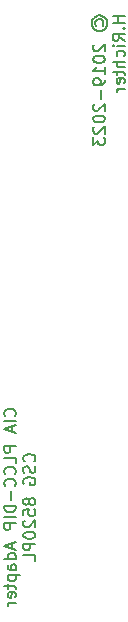
<source format=gbo>
G04 #@! TF.GenerationSoftware,KiCad,Pcbnew,(5.1.6-0)*
G04 #@! TF.CreationDate,2023-03-06T07:47:12+01:00*
G04 #@! TF.ProjectId,CIAAdapter,43494141-6461-4707-9465-722e6b696361,rev?*
G04 #@! TF.SameCoordinates,Original*
G04 #@! TF.FileFunction,Legend,Bot*
G04 #@! TF.FilePolarity,Positive*
%FSLAX46Y46*%
G04 Gerber Fmt 4.6, Leading zero omitted, Abs format (unit mm)*
G04 Created by KiCad (PCBNEW (5.1.6-0)) date 2023-03-06 07:47:12*
%MOMM*%
%LPD*%
G01*
G04 APERTURE LIST*
%ADD10C,0.150000*%
G04 APERTURE END LIST*
D10*
X32488642Y-64255023D02*
X32536261Y-64207404D01*
X32583880Y-64064547D01*
X32583880Y-63969309D01*
X32536261Y-63826452D01*
X32441023Y-63731214D01*
X32345785Y-63683595D01*
X32155309Y-63635976D01*
X32012452Y-63635976D01*
X31821976Y-63683595D01*
X31726738Y-63731214D01*
X31631500Y-63826452D01*
X31583880Y-63969309D01*
X31583880Y-64064547D01*
X31631500Y-64207404D01*
X31679119Y-64255023D01*
X32583880Y-64683595D02*
X31583880Y-64683595D01*
X32298166Y-65112166D02*
X32298166Y-65588357D01*
X32583880Y-65016928D02*
X31583880Y-65350261D01*
X32583880Y-65683595D01*
X32583880Y-66778833D02*
X31583880Y-66778833D01*
X31583880Y-67159785D01*
X31631500Y-67255023D01*
X31679119Y-67302642D01*
X31774357Y-67350261D01*
X31917214Y-67350261D01*
X32012452Y-67302642D01*
X32060071Y-67255023D01*
X32107690Y-67159785D01*
X32107690Y-66778833D01*
X32583880Y-68255023D02*
X32583880Y-67778833D01*
X31583880Y-67778833D01*
X32488642Y-69159785D02*
X32536261Y-69112166D01*
X32583880Y-68969309D01*
X32583880Y-68874071D01*
X32536261Y-68731214D01*
X32441023Y-68635976D01*
X32345785Y-68588357D01*
X32155309Y-68540738D01*
X32012452Y-68540738D01*
X31821976Y-68588357D01*
X31726738Y-68635976D01*
X31631500Y-68731214D01*
X31583880Y-68874071D01*
X31583880Y-68969309D01*
X31631500Y-69112166D01*
X31679119Y-69159785D01*
X32488642Y-70159785D02*
X32536261Y-70112166D01*
X32583880Y-69969309D01*
X32583880Y-69874071D01*
X32536261Y-69731214D01*
X32441023Y-69635976D01*
X32345785Y-69588357D01*
X32155309Y-69540738D01*
X32012452Y-69540738D01*
X31821976Y-69588357D01*
X31726738Y-69635976D01*
X31631500Y-69731214D01*
X31583880Y-69874071D01*
X31583880Y-69969309D01*
X31631500Y-70112166D01*
X31679119Y-70159785D01*
X32202928Y-70588357D02*
X32202928Y-71350261D01*
X32583880Y-71826452D02*
X31583880Y-71826452D01*
X31583880Y-72064547D01*
X31631500Y-72207404D01*
X31726738Y-72302642D01*
X31821976Y-72350261D01*
X32012452Y-72397880D01*
X32155309Y-72397880D01*
X32345785Y-72350261D01*
X32441023Y-72302642D01*
X32536261Y-72207404D01*
X32583880Y-72064547D01*
X32583880Y-71826452D01*
X32583880Y-72826452D02*
X31583880Y-72826452D01*
X32583880Y-73302642D02*
X31583880Y-73302642D01*
X31583880Y-73683595D01*
X31631500Y-73778833D01*
X31679119Y-73826452D01*
X31774357Y-73874071D01*
X31917214Y-73874071D01*
X32012452Y-73826452D01*
X32060071Y-73778833D01*
X32107690Y-73683595D01*
X32107690Y-73302642D01*
X32298166Y-75016928D02*
X32298166Y-75493119D01*
X32583880Y-74921690D02*
X31583880Y-75255023D01*
X32583880Y-75588357D01*
X32583880Y-76350261D02*
X31583880Y-76350261D01*
X32536261Y-76350261D02*
X32583880Y-76255023D01*
X32583880Y-76064547D01*
X32536261Y-75969309D01*
X32488642Y-75921690D01*
X32393404Y-75874071D01*
X32107690Y-75874071D01*
X32012452Y-75921690D01*
X31964833Y-75969309D01*
X31917214Y-76064547D01*
X31917214Y-76255023D01*
X31964833Y-76350261D01*
X32583880Y-77255023D02*
X32060071Y-77255023D01*
X31964833Y-77207404D01*
X31917214Y-77112166D01*
X31917214Y-76921690D01*
X31964833Y-76826452D01*
X32536261Y-77255023D02*
X32583880Y-77159785D01*
X32583880Y-76921690D01*
X32536261Y-76826452D01*
X32441023Y-76778833D01*
X32345785Y-76778833D01*
X32250547Y-76826452D01*
X32202928Y-76921690D01*
X32202928Y-77159785D01*
X32155309Y-77255023D01*
X31917214Y-77731214D02*
X32917214Y-77731214D01*
X31964833Y-77731214D02*
X31917214Y-77826452D01*
X31917214Y-78016928D01*
X31964833Y-78112166D01*
X32012452Y-78159785D01*
X32107690Y-78207404D01*
X32393404Y-78207404D01*
X32488642Y-78159785D01*
X32536261Y-78112166D01*
X32583880Y-78016928D01*
X32583880Y-77826452D01*
X32536261Y-77731214D01*
X31917214Y-78493119D02*
X31917214Y-78874071D01*
X31583880Y-78635976D02*
X32441023Y-78635976D01*
X32536261Y-78683595D01*
X32583880Y-78778833D01*
X32583880Y-78874071D01*
X32536261Y-79588357D02*
X32583880Y-79493119D01*
X32583880Y-79302642D01*
X32536261Y-79207404D01*
X32441023Y-79159785D01*
X32060071Y-79159785D01*
X31964833Y-79207404D01*
X31917214Y-79302642D01*
X31917214Y-79493119D01*
X31964833Y-79588357D01*
X32060071Y-79635976D01*
X32155309Y-79635976D01*
X32250547Y-79159785D01*
X32583880Y-80064547D02*
X31917214Y-80064547D01*
X32107690Y-80064547D02*
X32012452Y-80112166D01*
X31964833Y-80159785D01*
X31917214Y-80255023D01*
X31917214Y-80350261D01*
X34138642Y-68088357D02*
X34186261Y-68040738D01*
X34233880Y-67897880D01*
X34233880Y-67802642D01*
X34186261Y-67659785D01*
X34091023Y-67564547D01*
X33995785Y-67516928D01*
X33805309Y-67469309D01*
X33662452Y-67469309D01*
X33471976Y-67516928D01*
X33376738Y-67564547D01*
X33281500Y-67659785D01*
X33233880Y-67802642D01*
X33233880Y-67897880D01*
X33281500Y-68040738D01*
X33329119Y-68088357D01*
X34186261Y-68469309D02*
X34233880Y-68612166D01*
X34233880Y-68850261D01*
X34186261Y-68945500D01*
X34138642Y-68993119D01*
X34043404Y-69040738D01*
X33948166Y-69040738D01*
X33852928Y-68993119D01*
X33805309Y-68945500D01*
X33757690Y-68850261D01*
X33710071Y-68659785D01*
X33662452Y-68564547D01*
X33614833Y-68516928D01*
X33519595Y-68469309D01*
X33424357Y-68469309D01*
X33329119Y-68516928D01*
X33281500Y-68564547D01*
X33233880Y-68659785D01*
X33233880Y-68897880D01*
X33281500Y-69040738D01*
X33281500Y-69993119D02*
X33233880Y-69897880D01*
X33233880Y-69755023D01*
X33281500Y-69612166D01*
X33376738Y-69516928D01*
X33471976Y-69469309D01*
X33662452Y-69421690D01*
X33805309Y-69421690D01*
X33995785Y-69469309D01*
X34091023Y-69516928D01*
X34186261Y-69612166D01*
X34233880Y-69755023D01*
X34233880Y-69850261D01*
X34186261Y-69993119D01*
X34138642Y-70040738D01*
X33805309Y-70040738D01*
X33805309Y-69850261D01*
X33662452Y-71374071D02*
X33614833Y-71278833D01*
X33567214Y-71231214D01*
X33471976Y-71183595D01*
X33424357Y-71183595D01*
X33329119Y-71231214D01*
X33281500Y-71278833D01*
X33233880Y-71374071D01*
X33233880Y-71564547D01*
X33281500Y-71659785D01*
X33329119Y-71707404D01*
X33424357Y-71755023D01*
X33471976Y-71755023D01*
X33567214Y-71707404D01*
X33614833Y-71659785D01*
X33662452Y-71564547D01*
X33662452Y-71374071D01*
X33710071Y-71278833D01*
X33757690Y-71231214D01*
X33852928Y-71183595D01*
X34043404Y-71183595D01*
X34138642Y-71231214D01*
X34186261Y-71278833D01*
X34233880Y-71374071D01*
X34233880Y-71564547D01*
X34186261Y-71659785D01*
X34138642Y-71707404D01*
X34043404Y-71755023D01*
X33852928Y-71755023D01*
X33757690Y-71707404D01*
X33710071Y-71659785D01*
X33662452Y-71564547D01*
X33233880Y-72659785D02*
X33233880Y-72183595D01*
X33710071Y-72135976D01*
X33662452Y-72183595D01*
X33614833Y-72278833D01*
X33614833Y-72516928D01*
X33662452Y-72612166D01*
X33710071Y-72659785D01*
X33805309Y-72707404D01*
X34043404Y-72707404D01*
X34138642Y-72659785D01*
X34186261Y-72612166D01*
X34233880Y-72516928D01*
X34233880Y-72278833D01*
X34186261Y-72183595D01*
X34138642Y-72135976D01*
X33329119Y-73088357D02*
X33281500Y-73135976D01*
X33233880Y-73231214D01*
X33233880Y-73469309D01*
X33281500Y-73564547D01*
X33329119Y-73612166D01*
X33424357Y-73659785D01*
X33519595Y-73659785D01*
X33662452Y-73612166D01*
X34233880Y-73040738D01*
X34233880Y-73659785D01*
X33233880Y-74278833D02*
X33233880Y-74374071D01*
X33281500Y-74469309D01*
X33329119Y-74516928D01*
X33424357Y-74564547D01*
X33614833Y-74612166D01*
X33852928Y-74612166D01*
X34043404Y-74564547D01*
X34138642Y-74516928D01*
X34186261Y-74469309D01*
X34233880Y-74374071D01*
X34233880Y-74278833D01*
X34186261Y-74183595D01*
X34138642Y-74135976D01*
X34043404Y-74088357D01*
X33852928Y-74040738D01*
X33614833Y-74040738D01*
X33424357Y-74088357D01*
X33329119Y-74135976D01*
X33281500Y-74183595D01*
X33233880Y-74278833D01*
X34233880Y-75040738D02*
X33233880Y-75040738D01*
X33233880Y-75421690D01*
X33281500Y-75516928D01*
X33329119Y-75564547D01*
X33424357Y-75612166D01*
X33567214Y-75612166D01*
X33662452Y-75564547D01*
X33710071Y-75516928D01*
X33757690Y-75421690D01*
X33757690Y-75040738D01*
X34233880Y-76516928D02*
X34233880Y-76040738D01*
X33233880Y-76040738D01*
X39378476Y-31180619D02*
X39330857Y-31085380D01*
X39330857Y-30894904D01*
X39378476Y-30799666D01*
X39473714Y-30704428D01*
X39568952Y-30656809D01*
X39759428Y-30656809D01*
X39854666Y-30704428D01*
X39949904Y-30799666D01*
X39997523Y-30894904D01*
X39997523Y-31085380D01*
X39949904Y-31180619D01*
X38997523Y-30990142D02*
X39045142Y-30752047D01*
X39188000Y-30513952D01*
X39426095Y-30371095D01*
X39664190Y-30323476D01*
X39902285Y-30371095D01*
X40140380Y-30513952D01*
X40283238Y-30752047D01*
X40330857Y-30990142D01*
X40283238Y-31228238D01*
X40140380Y-31466333D01*
X39902285Y-31609190D01*
X39664190Y-31656809D01*
X39426095Y-31609190D01*
X39188000Y-31466333D01*
X39045142Y-31228238D01*
X38997523Y-30990142D01*
X39235619Y-32799666D02*
X39188000Y-32847285D01*
X39140380Y-32942523D01*
X39140380Y-33180619D01*
X39188000Y-33275857D01*
X39235619Y-33323476D01*
X39330857Y-33371095D01*
X39426095Y-33371095D01*
X39568952Y-33323476D01*
X40140380Y-32752047D01*
X40140380Y-33371095D01*
X39140380Y-33990142D02*
X39140380Y-34085380D01*
X39188000Y-34180619D01*
X39235619Y-34228238D01*
X39330857Y-34275857D01*
X39521333Y-34323476D01*
X39759428Y-34323476D01*
X39949904Y-34275857D01*
X40045142Y-34228238D01*
X40092761Y-34180619D01*
X40140380Y-34085380D01*
X40140380Y-33990142D01*
X40092761Y-33894904D01*
X40045142Y-33847285D01*
X39949904Y-33799666D01*
X39759428Y-33752047D01*
X39521333Y-33752047D01*
X39330857Y-33799666D01*
X39235619Y-33847285D01*
X39188000Y-33894904D01*
X39140380Y-33990142D01*
X40140380Y-35275857D02*
X40140380Y-34704428D01*
X40140380Y-34990142D02*
X39140380Y-34990142D01*
X39283238Y-34894904D01*
X39378476Y-34799666D01*
X39426095Y-34704428D01*
X40140380Y-35752047D02*
X40140380Y-35942523D01*
X40092761Y-36037761D01*
X40045142Y-36085380D01*
X39902285Y-36180619D01*
X39711809Y-36228238D01*
X39330857Y-36228238D01*
X39235619Y-36180619D01*
X39188000Y-36133000D01*
X39140380Y-36037761D01*
X39140380Y-35847285D01*
X39188000Y-35752047D01*
X39235619Y-35704428D01*
X39330857Y-35656809D01*
X39568952Y-35656809D01*
X39664190Y-35704428D01*
X39711809Y-35752047D01*
X39759428Y-35847285D01*
X39759428Y-36037761D01*
X39711809Y-36133000D01*
X39664190Y-36180619D01*
X39568952Y-36228238D01*
X39759428Y-36656809D02*
X39759428Y-37418714D01*
X39235619Y-37847285D02*
X39188000Y-37894904D01*
X39140380Y-37990142D01*
X39140380Y-38228238D01*
X39188000Y-38323476D01*
X39235619Y-38371095D01*
X39330857Y-38418714D01*
X39426095Y-38418714D01*
X39568952Y-38371095D01*
X40140380Y-37799666D01*
X40140380Y-38418714D01*
X39140380Y-39037761D02*
X39140380Y-39133000D01*
X39188000Y-39228238D01*
X39235619Y-39275857D01*
X39330857Y-39323476D01*
X39521333Y-39371095D01*
X39759428Y-39371095D01*
X39949904Y-39323476D01*
X40045142Y-39275857D01*
X40092761Y-39228238D01*
X40140380Y-39133000D01*
X40140380Y-39037761D01*
X40092761Y-38942523D01*
X40045142Y-38894904D01*
X39949904Y-38847285D01*
X39759428Y-38799666D01*
X39521333Y-38799666D01*
X39330857Y-38847285D01*
X39235619Y-38894904D01*
X39188000Y-38942523D01*
X39140380Y-39037761D01*
X39235619Y-39752047D02*
X39188000Y-39799666D01*
X39140380Y-39894904D01*
X39140380Y-40133000D01*
X39188000Y-40228238D01*
X39235619Y-40275857D01*
X39330857Y-40323476D01*
X39426095Y-40323476D01*
X39568952Y-40275857D01*
X40140380Y-39704428D01*
X40140380Y-40323476D01*
X39140380Y-40656809D02*
X39140380Y-41275857D01*
X39521333Y-40942523D01*
X39521333Y-41085380D01*
X39568952Y-41180619D01*
X39616571Y-41228238D01*
X39711809Y-41275857D01*
X39949904Y-41275857D01*
X40045142Y-41228238D01*
X40092761Y-41180619D01*
X40140380Y-41085380D01*
X40140380Y-40799666D01*
X40092761Y-40704428D01*
X40045142Y-40656809D01*
X41790380Y-30371095D02*
X40790380Y-30371095D01*
X41266571Y-30371095D02*
X41266571Y-30942523D01*
X41790380Y-30942523D02*
X40790380Y-30942523D01*
X41695142Y-31418714D02*
X41742761Y-31466333D01*
X41790380Y-31418714D01*
X41742761Y-31371095D01*
X41695142Y-31418714D01*
X41790380Y-31418714D01*
X41790380Y-32466333D02*
X41314190Y-32133000D01*
X41790380Y-31894904D02*
X40790380Y-31894904D01*
X40790380Y-32275857D01*
X40838000Y-32371095D01*
X40885619Y-32418714D01*
X40980857Y-32466333D01*
X41123714Y-32466333D01*
X41218952Y-32418714D01*
X41266571Y-32371095D01*
X41314190Y-32275857D01*
X41314190Y-31894904D01*
X41790380Y-32894904D02*
X41123714Y-32894904D01*
X40790380Y-32894904D02*
X40838000Y-32847285D01*
X40885619Y-32894904D01*
X40838000Y-32942523D01*
X40790380Y-32894904D01*
X40885619Y-32894904D01*
X41742761Y-33799666D02*
X41790380Y-33704428D01*
X41790380Y-33513952D01*
X41742761Y-33418714D01*
X41695142Y-33371095D01*
X41599904Y-33323476D01*
X41314190Y-33323476D01*
X41218952Y-33371095D01*
X41171333Y-33418714D01*
X41123714Y-33513952D01*
X41123714Y-33704428D01*
X41171333Y-33799666D01*
X41790380Y-34228238D02*
X40790380Y-34228238D01*
X41790380Y-34656809D02*
X41266571Y-34656809D01*
X41171333Y-34609190D01*
X41123714Y-34513952D01*
X41123714Y-34371095D01*
X41171333Y-34275857D01*
X41218952Y-34228238D01*
X41123714Y-34990142D02*
X41123714Y-35371095D01*
X40790380Y-35133000D02*
X41647523Y-35133000D01*
X41742761Y-35180619D01*
X41790380Y-35275857D01*
X41790380Y-35371095D01*
X41742761Y-36085380D02*
X41790380Y-35990142D01*
X41790380Y-35799666D01*
X41742761Y-35704428D01*
X41647523Y-35656809D01*
X41266571Y-35656809D01*
X41171333Y-35704428D01*
X41123714Y-35799666D01*
X41123714Y-35990142D01*
X41171333Y-36085380D01*
X41266571Y-36132999D01*
X41361809Y-36132999D01*
X41457047Y-35656809D01*
X41790380Y-36561571D02*
X41123714Y-36561571D01*
X41314190Y-36561571D02*
X41218952Y-36609190D01*
X41171333Y-36656809D01*
X41123714Y-36752047D01*
X41123714Y-36847285D01*
M02*

</source>
